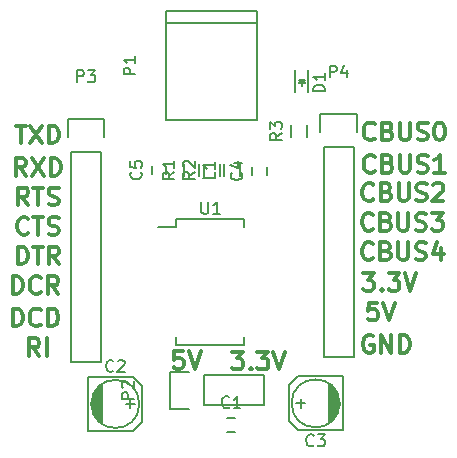
<source format=gto>
G04 #@! TF.FileFunction,Legend,Top*
%FSLAX46Y46*%
G04 Gerber Fmt 4.6, Leading zero omitted, Abs format (unit mm)*
G04 Created by KiCad (PCBNEW 4.0.2+dfsg1-stable) date Mon 21 Aug 2017 12:22:30 PM CEST*
%MOMM*%
G01*
G04 APERTURE LIST*
%ADD10C,0.100000*%
%ADD11C,0.300000*%
%ADD12C,0.150000*%
G04 APERTURE END LIST*
D10*
D11*
X121107143Y-113928571D02*
X120607143Y-113214286D01*
X120250000Y-113928571D02*
X120250000Y-112428571D01*
X120821428Y-112428571D01*
X120964286Y-112500000D01*
X121035714Y-112571429D01*
X121107143Y-112714286D01*
X121107143Y-112928571D01*
X121035714Y-113071429D01*
X120964286Y-113142857D01*
X120821428Y-113214286D01*
X120250000Y-113214286D01*
X121750000Y-113928571D02*
X121750000Y-112428571D01*
X118857143Y-111428571D02*
X118857143Y-109928571D01*
X119214286Y-109928571D01*
X119428571Y-110000000D01*
X119571429Y-110142857D01*
X119642857Y-110285714D01*
X119714286Y-110571429D01*
X119714286Y-110785714D01*
X119642857Y-111071429D01*
X119571429Y-111214286D01*
X119428571Y-111357143D01*
X119214286Y-111428571D01*
X118857143Y-111428571D01*
X121214286Y-111285714D02*
X121142857Y-111357143D01*
X120928571Y-111428571D01*
X120785714Y-111428571D01*
X120571429Y-111357143D01*
X120428571Y-111214286D01*
X120357143Y-111071429D01*
X120285714Y-110785714D01*
X120285714Y-110571429D01*
X120357143Y-110285714D01*
X120428571Y-110142857D01*
X120571429Y-110000000D01*
X120785714Y-109928571D01*
X120928571Y-109928571D01*
X121142857Y-110000000D01*
X121214286Y-110071429D01*
X121857143Y-111428571D02*
X121857143Y-109928571D01*
X122214286Y-109928571D01*
X122428571Y-110000000D01*
X122571429Y-110142857D01*
X122642857Y-110285714D01*
X122714286Y-110571429D01*
X122714286Y-110785714D01*
X122642857Y-111071429D01*
X122571429Y-111214286D01*
X122428571Y-111357143D01*
X122214286Y-111428571D01*
X121857143Y-111428571D01*
X118857143Y-108678571D02*
X118857143Y-107178571D01*
X119214286Y-107178571D01*
X119428571Y-107250000D01*
X119571429Y-107392857D01*
X119642857Y-107535714D01*
X119714286Y-107821429D01*
X119714286Y-108035714D01*
X119642857Y-108321429D01*
X119571429Y-108464286D01*
X119428571Y-108607143D01*
X119214286Y-108678571D01*
X118857143Y-108678571D01*
X121214286Y-108535714D02*
X121142857Y-108607143D01*
X120928571Y-108678571D01*
X120785714Y-108678571D01*
X120571429Y-108607143D01*
X120428571Y-108464286D01*
X120357143Y-108321429D01*
X120285714Y-108035714D01*
X120285714Y-107821429D01*
X120357143Y-107535714D01*
X120428571Y-107392857D01*
X120571429Y-107250000D01*
X120785714Y-107178571D01*
X120928571Y-107178571D01*
X121142857Y-107250000D01*
X121214286Y-107321429D01*
X122714286Y-108678571D02*
X122214286Y-107964286D01*
X121857143Y-108678571D02*
X121857143Y-107178571D01*
X122428571Y-107178571D01*
X122571429Y-107250000D01*
X122642857Y-107321429D01*
X122714286Y-107464286D01*
X122714286Y-107678571D01*
X122642857Y-107821429D01*
X122571429Y-107892857D01*
X122428571Y-107964286D01*
X121857143Y-107964286D01*
X119285715Y-106178571D02*
X119285715Y-104678571D01*
X119642858Y-104678571D01*
X119857143Y-104750000D01*
X120000001Y-104892857D01*
X120071429Y-105035714D01*
X120142858Y-105321429D01*
X120142858Y-105535714D01*
X120071429Y-105821429D01*
X120000001Y-105964286D01*
X119857143Y-106107143D01*
X119642858Y-106178571D01*
X119285715Y-106178571D01*
X120571429Y-104678571D02*
X121428572Y-104678571D01*
X121000001Y-106178571D02*
X121000001Y-104678571D01*
X122785715Y-106178571D02*
X122285715Y-105464286D01*
X121928572Y-106178571D02*
X121928572Y-104678571D01*
X122500000Y-104678571D01*
X122642858Y-104750000D01*
X122714286Y-104821429D01*
X122785715Y-104964286D01*
X122785715Y-105178571D01*
X122714286Y-105321429D01*
X122642858Y-105392857D01*
X122500000Y-105464286D01*
X121928572Y-105464286D01*
X120178572Y-103535714D02*
X120107143Y-103607143D01*
X119892857Y-103678571D01*
X119750000Y-103678571D01*
X119535715Y-103607143D01*
X119392857Y-103464286D01*
X119321429Y-103321429D01*
X119250000Y-103035714D01*
X119250000Y-102821429D01*
X119321429Y-102535714D01*
X119392857Y-102392857D01*
X119535715Y-102250000D01*
X119750000Y-102178571D01*
X119892857Y-102178571D01*
X120107143Y-102250000D01*
X120178572Y-102321429D01*
X120607143Y-102178571D02*
X121464286Y-102178571D01*
X121035715Y-103678571D02*
X121035715Y-102178571D01*
X121892857Y-103607143D02*
X122107143Y-103678571D01*
X122464286Y-103678571D01*
X122607143Y-103607143D01*
X122678572Y-103535714D01*
X122750000Y-103392857D01*
X122750000Y-103250000D01*
X122678572Y-103107143D01*
X122607143Y-103035714D01*
X122464286Y-102964286D01*
X122178572Y-102892857D01*
X122035714Y-102821429D01*
X121964286Y-102750000D01*
X121892857Y-102607143D01*
X121892857Y-102464286D01*
X121964286Y-102321429D01*
X122035714Y-102250000D01*
X122178572Y-102178571D01*
X122535714Y-102178571D01*
X122750000Y-102250000D01*
X120178572Y-101178571D02*
X119678572Y-100464286D01*
X119321429Y-101178571D02*
X119321429Y-99678571D01*
X119892857Y-99678571D01*
X120035715Y-99750000D01*
X120107143Y-99821429D01*
X120178572Y-99964286D01*
X120178572Y-100178571D01*
X120107143Y-100321429D01*
X120035715Y-100392857D01*
X119892857Y-100464286D01*
X119321429Y-100464286D01*
X120607143Y-99678571D02*
X121464286Y-99678571D01*
X121035715Y-101178571D02*
X121035715Y-99678571D01*
X121892857Y-101107143D02*
X122107143Y-101178571D01*
X122464286Y-101178571D01*
X122607143Y-101107143D01*
X122678572Y-101035714D01*
X122750000Y-100892857D01*
X122750000Y-100750000D01*
X122678572Y-100607143D01*
X122607143Y-100535714D01*
X122464286Y-100464286D01*
X122178572Y-100392857D01*
X122035714Y-100321429D01*
X121964286Y-100250000D01*
X121892857Y-100107143D01*
X121892857Y-99964286D01*
X121964286Y-99821429D01*
X122035714Y-99750000D01*
X122178572Y-99678571D01*
X122535714Y-99678571D01*
X122750000Y-99750000D01*
X120000001Y-98678571D02*
X119500001Y-97964286D01*
X119142858Y-98678571D02*
X119142858Y-97178571D01*
X119714286Y-97178571D01*
X119857144Y-97250000D01*
X119928572Y-97321429D01*
X120000001Y-97464286D01*
X120000001Y-97678571D01*
X119928572Y-97821429D01*
X119857144Y-97892857D01*
X119714286Y-97964286D01*
X119142858Y-97964286D01*
X120500001Y-97178571D02*
X121500001Y-98678571D01*
X121500001Y-97178571D02*
X120500001Y-98678571D01*
X122071429Y-98678571D02*
X122071429Y-97178571D01*
X122428572Y-97178571D01*
X122642857Y-97250000D01*
X122785715Y-97392857D01*
X122857143Y-97535714D01*
X122928572Y-97821429D01*
X122928572Y-98035714D01*
X122857143Y-98321429D01*
X122785715Y-98464286D01*
X122642857Y-98607143D01*
X122428572Y-98678571D01*
X122071429Y-98678571D01*
X119107143Y-94428571D02*
X119964286Y-94428571D01*
X119535715Y-95928571D02*
X119535715Y-94428571D01*
X120321429Y-94428571D02*
X121321429Y-95928571D01*
X121321429Y-94428571D02*
X120321429Y-95928571D01*
X121892857Y-95928571D02*
X121892857Y-94428571D01*
X122250000Y-94428571D01*
X122464285Y-94500000D01*
X122607143Y-94642857D01*
X122678571Y-94785714D01*
X122750000Y-95071429D01*
X122750000Y-95285714D01*
X122678571Y-95571429D01*
X122607143Y-95714286D01*
X122464285Y-95857143D01*
X122250000Y-95928571D01*
X121892857Y-95928571D01*
X149350001Y-105685714D02*
X149278572Y-105757143D01*
X149064286Y-105828571D01*
X148921429Y-105828571D01*
X148707144Y-105757143D01*
X148564286Y-105614286D01*
X148492858Y-105471429D01*
X148421429Y-105185714D01*
X148421429Y-104971429D01*
X148492858Y-104685714D01*
X148564286Y-104542857D01*
X148707144Y-104400000D01*
X148921429Y-104328571D01*
X149064286Y-104328571D01*
X149278572Y-104400000D01*
X149350001Y-104471429D01*
X150492858Y-105042857D02*
X150707144Y-105114286D01*
X150778572Y-105185714D01*
X150850001Y-105328571D01*
X150850001Y-105542857D01*
X150778572Y-105685714D01*
X150707144Y-105757143D01*
X150564286Y-105828571D01*
X149992858Y-105828571D01*
X149992858Y-104328571D01*
X150492858Y-104328571D01*
X150635715Y-104400000D01*
X150707144Y-104471429D01*
X150778572Y-104614286D01*
X150778572Y-104757143D01*
X150707144Y-104900000D01*
X150635715Y-104971429D01*
X150492858Y-105042857D01*
X149992858Y-105042857D01*
X151492858Y-104328571D02*
X151492858Y-105542857D01*
X151564286Y-105685714D01*
X151635715Y-105757143D01*
X151778572Y-105828571D01*
X152064286Y-105828571D01*
X152207144Y-105757143D01*
X152278572Y-105685714D01*
X152350001Y-105542857D01*
X152350001Y-104328571D01*
X152992858Y-105757143D02*
X153207144Y-105828571D01*
X153564287Y-105828571D01*
X153707144Y-105757143D01*
X153778573Y-105685714D01*
X153850001Y-105542857D01*
X153850001Y-105400000D01*
X153778573Y-105257143D01*
X153707144Y-105185714D01*
X153564287Y-105114286D01*
X153278573Y-105042857D01*
X153135715Y-104971429D01*
X153064287Y-104900000D01*
X152992858Y-104757143D01*
X152992858Y-104614286D01*
X153064287Y-104471429D01*
X153135715Y-104400000D01*
X153278573Y-104328571D01*
X153635715Y-104328571D01*
X153850001Y-104400000D01*
X155135715Y-104828571D02*
X155135715Y-105828571D01*
X154778572Y-104257143D02*
X154421429Y-105328571D01*
X155350001Y-105328571D01*
X149350001Y-103185714D02*
X149278572Y-103257143D01*
X149064286Y-103328571D01*
X148921429Y-103328571D01*
X148707144Y-103257143D01*
X148564286Y-103114286D01*
X148492858Y-102971429D01*
X148421429Y-102685714D01*
X148421429Y-102471429D01*
X148492858Y-102185714D01*
X148564286Y-102042857D01*
X148707144Y-101900000D01*
X148921429Y-101828571D01*
X149064286Y-101828571D01*
X149278572Y-101900000D01*
X149350001Y-101971429D01*
X150492858Y-102542857D02*
X150707144Y-102614286D01*
X150778572Y-102685714D01*
X150850001Y-102828571D01*
X150850001Y-103042857D01*
X150778572Y-103185714D01*
X150707144Y-103257143D01*
X150564286Y-103328571D01*
X149992858Y-103328571D01*
X149992858Y-101828571D01*
X150492858Y-101828571D01*
X150635715Y-101900000D01*
X150707144Y-101971429D01*
X150778572Y-102114286D01*
X150778572Y-102257143D01*
X150707144Y-102400000D01*
X150635715Y-102471429D01*
X150492858Y-102542857D01*
X149992858Y-102542857D01*
X151492858Y-101828571D02*
X151492858Y-103042857D01*
X151564286Y-103185714D01*
X151635715Y-103257143D01*
X151778572Y-103328571D01*
X152064286Y-103328571D01*
X152207144Y-103257143D01*
X152278572Y-103185714D01*
X152350001Y-103042857D01*
X152350001Y-101828571D01*
X152992858Y-103257143D02*
X153207144Y-103328571D01*
X153564287Y-103328571D01*
X153707144Y-103257143D01*
X153778573Y-103185714D01*
X153850001Y-103042857D01*
X153850001Y-102900000D01*
X153778573Y-102757143D01*
X153707144Y-102685714D01*
X153564287Y-102614286D01*
X153278573Y-102542857D01*
X153135715Y-102471429D01*
X153064287Y-102400000D01*
X152992858Y-102257143D01*
X152992858Y-102114286D01*
X153064287Y-101971429D01*
X153135715Y-101900000D01*
X153278573Y-101828571D01*
X153635715Y-101828571D01*
X153850001Y-101900000D01*
X154350001Y-101828571D02*
X155278572Y-101828571D01*
X154778572Y-102400000D01*
X154992858Y-102400000D01*
X155135715Y-102471429D01*
X155207144Y-102542857D01*
X155278572Y-102685714D01*
X155278572Y-103042857D01*
X155207144Y-103185714D01*
X155135715Y-103257143D01*
X154992858Y-103328571D01*
X154564286Y-103328571D01*
X154421429Y-103257143D01*
X154350001Y-103185714D01*
X149400001Y-100685714D02*
X149328572Y-100757143D01*
X149114286Y-100828571D01*
X148971429Y-100828571D01*
X148757144Y-100757143D01*
X148614286Y-100614286D01*
X148542858Y-100471429D01*
X148471429Y-100185714D01*
X148471429Y-99971429D01*
X148542858Y-99685714D01*
X148614286Y-99542857D01*
X148757144Y-99400000D01*
X148971429Y-99328571D01*
X149114286Y-99328571D01*
X149328572Y-99400000D01*
X149400001Y-99471429D01*
X150542858Y-100042857D02*
X150757144Y-100114286D01*
X150828572Y-100185714D01*
X150900001Y-100328571D01*
X150900001Y-100542857D01*
X150828572Y-100685714D01*
X150757144Y-100757143D01*
X150614286Y-100828571D01*
X150042858Y-100828571D01*
X150042858Y-99328571D01*
X150542858Y-99328571D01*
X150685715Y-99400000D01*
X150757144Y-99471429D01*
X150828572Y-99614286D01*
X150828572Y-99757143D01*
X150757144Y-99900000D01*
X150685715Y-99971429D01*
X150542858Y-100042857D01*
X150042858Y-100042857D01*
X151542858Y-99328571D02*
X151542858Y-100542857D01*
X151614286Y-100685714D01*
X151685715Y-100757143D01*
X151828572Y-100828571D01*
X152114286Y-100828571D01*
X152257144Y-100757143D01*
X152328572Y-100685714D01*
X152400001Y-100542857D01*
X152400001Y-99328571D01*
X153042858Y-100757143D02*
X153257144Y-100828571D01*
X153614287Y-100828571D01*
X153757144Y-100757143D01*
X153828573Y-100685714D01*
X153900001Y-100542857D01*
X153900001Y-100400000D01*
X153828573Y-100257143D01*
X153757144Y-100185714D01*
X153614287Y-100114286D01*
X153328573Y-100042857D01*
X153185715Y-99971429D01*
X153114287Y-99900000D01*
X153042858Y-99757143D01*
X153042858Y-99614286D01*
X153114287Y-99471429D01*
X153185715Y-99400000D01*
X153328573Y-99328571D01*
X153685715Y-99328571D01*
X153900001Y-99400000D01*
X154471429Y-99471429D02*
X154542858Y-99400000D01*
X154685715Y-99328571D01*
X155042858Y-99328571D01*
X155185715Y-99400000D01*
X155257144Y-99471429D01*
X155328572Y-99614286D01*
X155328572Y-99757143D01*
X155257144Y-99971429D01*
X154400001Y-100828571D01*
X155328572Y-100828571D01*
X149500001Y-98285714D02*
X149428572Y-98357143D01*
X149214286Y-98428571D01*
X149071429Y-98428571D01*
X148857144Y-98357143D01*
X148714286Y-98214286D01*
X148642858Y-98071429D01*
X148571429Y-97785714D01*
X148571429Y-97571429D01*
X148642858Y-97285714D01*
X148714286Y-97142857D01*
X148857144Y-97000000D01*
X149071429Y-96928571D01*
X149214286Y-96928571D01*
X149428572Y-97000000D01*
X149500001Y-97071429D01*
X150642858Y-97642857D02*
X150857144Y-97714286D01*
X150928572Y-97785714D01*
X151000001Y-97928571D01*
X151000001Y-98142857D01*
X150928572Y-98285714D01*
X150857144Y-98357143D01*
X150714286Y-98428571D01*
X150142858Y-98428571D01*
X150142858Y-96928571D01*
X150642858Y-96928571D01*
X150785715Y-97000000D01*
X150857144Y-97071429D01*
X150928572Y-97214286D01*
X150928572Y-97357143D01*
X150857144Y-97500000D01*
X150785715Y-97571429D01*
X150642858Y-97642857D01*
X150142858Y-97642857D01*
X151642858Y-96928571D02*
X151642858Y-98142857D01*
X151714286Y-98285714D01*
X151785715Y-98357143D01*
X151928572Y-98428571D01*
X152214286Y-98428571D01*
X152357144Y-98357143D01*
X152428572Y-98285714D01*
X152500001Y-98142857D01*
X152500001Y-96928571D01*
X153142858Y-98357143D02*
X153357144Y-98428571D01*
X153714287Y-98428571D01*
X153857144Y-98357143D01*
X153928573Y-98285714D01*
X154000001Y-98142857D01*
X154000001Y-98000000D01*
X153928573Y-97857143D01*
X153857144Y-97785714D01*
X153714287Y-97714286D01*
X153428573Y-97642857D01*
X153285715Y-97571429D01*
X153214287Y-97500000D01*
X153142858Y-97357143D01*
X153142858Y-97214286D01*
X153214287Y-97071429D01*
X153285715Y-97000000D01*
X153428573Y-96928571D01*
X153785715Y-96928571D01*
X154000001Y-97000000D01*
X155428572Y-98428571D02*
X154571429Y-98428571D01*
X155000001Y-98428571D02*
X155000001Y-96928571D01*
X154857144Y-97142857D01*
X154714286Y-97285714D01*
X154571429Y-97357143D01*
X149500001Y-95535714D02*
X149428572Y-95607143D01*
X149214286Y-95678571D01*
X149071429Y-95678571D01*
X148857144Y-95607143D01*
X148714286Y-95464286D01*
X148642858Y-95321429D01*
X148571429Y-95035714D01*
X148571429Y-94821429D01*
X148642858Y-94535714D01*
X148714286Y-94392857D01*
X148857144Y-94250000D01*
X149071429Y-94178571D01*
X149214286Y-94178571D01*
X149428572Y-94250000D01*
X149500001Y-94321429D01*
X150642858Y-94892857D02*
X150857144Y-94964286D01*
X150928572Y-95035714D01*
X151000001Y-95178571D01*
X151000001Y-95392857D01*
X150928572Y-95535714D01*
X150857144Y-95607143D01*
X150714286Y-95678571D01*
X150142858Y-95678571D01*
X150142858Y-94178571D01*
X150642858Y-94178571D01*
X150785715Y-94250000D01*
X150857144Y-94321429D01*
X150928572Y-94464286D01*
X150928572Y-94607143D01*
X150857144Y-94750000D01*
X150785715Y-94821429D01*
X150642858Y-94892857D01*
X150142858Y-94892857D01*
X151642858Y-94178571D02*
X151642858Y-95392857D01*
X151714286Y-95535714D01*
X151785715Y-95607143D01*
X151928572Y-95678571D01*
X152214286Y-95678571D01*
X152357144Y-95607143D01*
X152428572Y-95535714D01*
X152500001Y-95392857D01*
X152500001Y-94178571D01*
X153142858Y-95607143D02*
X153357144Y-95678571D01*
X153714287Y-95678571D01*
X153857144Y-95607143D01*
X153928573Y-95535714D01*
X154000001Y-95392857D01*
X154000001Y-95250000D01*
X153928573Y-95107143D01*
X153857144Y-95035714D01*
X153714287Y-94964286D01*
X153428573Y-94892857D01*
X153285715Y-94821429D01*
X153214287Y-94750000D01*
X153142858Y-94607143D01*
X153142858Y-94464286D01*
X153214287Y-94321429D01*
X153285715Y-94250000D01*
X153428573Y-94178571D01*
X153785715Y-94178571D01*
X154000001Y-94250000D01*
X154928572Y-94178571D02*
X155071429Y-94178571D01*
X155214286Y-94250000D01*
X155285715Y-94321429D01*
X155357144Y-94464286D01*
X155428572Y-94750000D01*
X155428572Y-95107143D01*
X155357144Y-95392857D01*
X155285715Y-95535714D01*
X155214286Y-95607143D01*
X155071429Y-95678571D01*
X154928572Y-95678571D01*
X154785715Y-95607143D01*
X154714286Y-95535714D01*
X154642858Y-95392857D01*
X154571429Y-95107143D01*
X154571429Y-94750000D01*
X154642858Y-94464286D01*
X154714286Y-94321429D01*
X154785715Y-94250000D01*
X154928572Y-94178571D01*
X148535715Y-106928571D02*
X149464286Y-106928571D01*
X148964286Y-107500000D01*
X149178572Y-107500000D01*
X149321429Y-107571429D01*
X149392858Y-107642857D01*
X149464286Y-107785714D01*
X149464286Y-108142857D01*
X149392858Y-108285714D01*
X149321429Y-108357143D01*
X149178572Y-108428571D01*
X148750000Y-108428571D01*
X148607143Y-108357143D01*
X148535715Y-108285714D01*
X150107143Y-108285714D02*
X150178571Y-108357143D01*
X150107143Y-108428571D01*
X150035714Y-108357143D01*
X150107143Y-108285714D01*
X150107143Y-108428571D01*
X150678572Y-106928571D02*
X151607143Y-106928571D01*
X151107143Y-107500000D01*
X151321429Y-107500000D01*
X151464286Y-107571429D01*
X151535715Y-107642857D01*
X151607143Y-107785714D01*
X151607143Y-108142857D01*
X151535715Y-108285714D01*
X151464286Y-108357143D01*
X151321429Y-108428571D01*
X150892857Y-108428571D01*
X150750000Y-108357143D01*
X150678572Y-108285714D01*
X152035714Y-106928571D02*
X152535714Y-108428571D01*
X153035714Y-106928571D01*
X149714287Y-109428571D02*
X149000001Y-109428571D01*
X148928572Y-110142857D01*
X149000001Y-110071429D01*
X149142858Y-110000000D01*
X149500001Y-110000000D01*
X149642858Y-110071429D01*
X149714287Y-110142857D01*
X149785715Y-110285714D01*
X149785715Y-110642857D01*
X149714287Y-110785714D01*
X149642858Y-110857143D01*
X149500001Y-110928571D01*
X149142858Y-110928571D01*
X149000001Y-110857143D01*
X148928572Y-110785714D01*
X150214286Y-109428571D02*
X150714286Y-110928571D01*
X151214286Y-109428571D01*
X149357143Y-112250000D02*
X149214286Y-112178571D01*
X149000000Y-112178571D01*
X148785715Y-112250000D01*
X148642857Y-112392857D01*
X148571429Y-112535714D01*
X148500000Y-112821429D01*
X148500000Y-113035714D01*
X148571429Y-113321429D01*
X148642857Y-113464286D01*
X148785715Y-113607143D01*
X149000000Y-113678571D01*
X149142857Y-113678571D01*
X149357143Y-113607143D01*
X149428572Y-113535714D01*
X149428572Y-113035714D01*
X149142857Y-113035714D01*
X150071429Y-113678571D02*
X150071429Y-112178571D01*
X150928572Y-113678571D01*
X150928572Y-112178571D01*
X151642858Y-113678571D02*
X151642858Y-112178571D01*
X152000001Y-112178571D01*
X152214286Y-112250000D01*
X152357144Y-112392857D01*
X152428572Y-112535714D01*
X152500001Y-112821429D01*
X152500001Y-113035714D01*
X152428572Y-113321429D01*
X152357144Y-113464286D01*
X152214286Y-113607143D01*
X152000001Y-113678571D01*
X151642858Y-113678571D01*
X137435715Y-113578571D02*
X138364286Y-113578571D01*
X137864286Y-114150000D01*
X138078572Y-114150000D01*
X138221429Y-114221429D01*
X138292858Y-114292857D01*
X138364286Y-114435714D01*
X138364286Y-114792857D01*
X138292858Y-114935714D01*
X138221429Y-115007143D01*
X138078572Y-115078571D01*
X137650000Y-115078571D01*
X137507143Y-115007143D01*
X137435715Y-114935714D01*
X139007143Y-114935714D02*
X139078571Y-115007143D01*
X139007143Y-115078571D01*
X138935714Y-115007143D01*
X139007143Y-114935714D01*
X139007143Y-115078571D01*
X139578572Y-113578571D02*
X140507143Y-113578571D01*
X140007143Y-114150000D01*
X140221429Y-114150000D01*
X140364286Y-114221429D01*
X140435715Y-114292857D01*
X140507143Y-114435714D01*
X140507143Y-114792857D01*
X140435715Y-114935714D01*
X140364286Y-115007143D01*
X140221429Y-115078571D01*
X139792857Y-115078571D01*
X139650000Y-115007143D01*
X139578572Y-114935714D01*
X140935714Y-113578571D02*
X141435714Y-115078571D01*
X141935714Y-113578571D01*
X133264287Y-113528571D02*
X132550001Y-113528571D01*
X132478572Y-114242857D01*
X132550001Y-114171429D01*
X132692858Y-114100000D01*
X133050001Y-114100000D01*
X133192858Y-114171429D01*
X133264287Y-114242857D01*
X133335715Y-114385714D01*
X133335715Y-114742857D01*
X133264287Y-114885714D01*
X133192858Y-114957143D01*
X133050001Y-115028571D01*
X132692858Y-115028571D01*
X132550001Y-114957143D01*
X132478572Y-114885714D01*
X133764286Y-113528571D02*
X134264286Y-115028571D01*
X134764286Y-113528571D01*
D12*
X137000000Y-119200000D02*
X137700000Y-119200000D01*
X137700000Y-120400000D02*
X137000000Y-120400000D01*
X129201000Y-118000000D02*
X128439000Y-118000000D01*
X128820000Y-117619000D02*
X128820000Y-118381000D01*
X129074000Y-120286000D02*
X125264000Y-120286000D01*
X129836000Y-116476000D02*
X129836000Y-119524000D01*
X129074000Y-120286000D02*
X129836000Y-119524000D01*
X129074000Y-115714000D02*
X125264000Y-115714000D01*
X129074000Y-115714000D02*
X129836000Y-116476000D01*
X125518000Y-118127000D02*
X125518000Y-117873000D01*
X125645000Y-117365000D02*
X125645000Y-118635000D01*
X125772000Y-118889000D02*
X125772000Y-117111000D01*
X125899000Y-119143000D02*
X125899000Y-116857000D01*
X126026000Y-116730000D02*
X126026000Y-119270000D01*
X126153000Y-119397000D02*
X126153000Y-116603000D01*
X126280000Y-116476000D02*
X126280000Y-119524000D01*
X126407000Y-116349000D02*
X126407000Y-119651000D01*
X125264000Y-115714000D02*
X125264000Y-120286000D01*
X129582000Y-118000000D02*
G75*
G03X129582000Y-118000000I-2032000J0D01*
G01*
X142849000Y-117950000D02*
X143611000Y-117950000D01*
X143230000Y-118331000D02*
X143230000Y-117569000D01*
X142976000Y-115664000D02*
X146786000Y-115664000D01*
X142214000Y-119474000D02*
X142214000Y-116426000D01*
X142976000Y-115664000D02*
X142214000Y-116426000D01*
X142976000Y-120236000D02*
X146786000Y-120236000D01*
X142976000Y-120236000D02*
X142214000Y-119474000D01*
X146532000Y-117823000D02*
X146532000Y-118077000D01*
X146405000Y-118585000D02*
X146405000Y-117315000D01*
X146278000Y-117061000D02*
X146278000Y-118839000D01*
X146151000Y-116807000D02*
X146151000Y-119093000D01*
X146024000Y-119220000D02*
X146024000Y-116680000D01*
X145897000Y-116553000D02*
X145897000Y-119347000D01*
X145770000Y-119474000D02*
X145770000Y-116426000D01*
X145643000Y-119601000D02*
X145643000Y-116299000D01*
X146786000Y-120236000D02*
X146786000Y-115664000D01*
X146532000Y-117950000D02*
G75*
G03X146532000Y-117950000I-2032000J0D01*
G01*
X139150000Y-98600000D02*
X139150000Y-97900000D01*
X140350000Y-97900000D02*
X140350000Y-98600000D01*
X130650000Y-98550000D02*
X130650000Y-97850000D01*
X131850000Y-97850000D02*
X131850000Y-98550000D01*
X142800000Y-89700000D02*
X142800000Y-91600000D01*
X143900000Y-89700000D02*
X143900000Y-91600000D01*
X143350000Y-90600000D02*
X143350000Y-91050000D01*
X143600000Y-90550000D02*
X143100000Y-90550000D01*
X143350000Y-90550000D02*
X143600000Y-90800000D01*
X143600000Y-90800000D02*
X143100000Y-90800000D01*
X143100000Y-90800000D02*
X143350000Y-90550000D01*
X138125000Y-97700000D02*
X138125000Y-98700000D01*
X136775000Y-98700000D02*
X136775000Y-97700000D01*
X139550640Y-85750820D02*
X131849360Y-85750820D01*
X139550640Y-84750060D02*
X131849360Y-84750060D01*
X131849360Y-84750060D02*
X131849360Y-93949940D01*
X131849360Y-93949940D02*
X139550640Y-93949940D01*
X139550640Y-93949940D02*
X139550640Y-84750060D01*
X135020000Y-118120000D02*
X140100000Y-118120000D01*
X140100000Y-118120000D02*
X140100000Y-115580000D01*
X140100000Y-115580000D02*
X135020000Y-115580000D01*
X132200000Y-115300000D02*
X133750000Y-115300000D01*
X135020000Y-115580000D02*
X135020000Y-118120000D01*
X133750000Y-118400000D02*
X132200000Y-118400000D01*
X132200000Y-118400000D02*
X132200000Y-115300000D01*
X126320000Y-96670000D02*
X126320000Y-114450000D01*
X126320000Y-114450000D02*
X123780000Y-114450000D01*
X123780000Y-114450000D02*
X123780000Y-96670000D01*
X126600000Y-93850000D02*
X126600000Y-95400000D01*
X126320000Y-96670000D02*
X123780000Y-96670000D01*
X123500000Y-95400000D02*
X123500000Y-93850000D01*
X123500000Y-93850000D02*
X126600000Y-93850000D01*
X147720000Y-96270000D02*
X147720000Y-114050000D01*
X147720000Y-114050000D02*
X145180000Y-114050000D01*
X145180000Y-114050000D02*
X145180000Y-96270000D01*
X148000000Y-93450000D02*
X148000000Y-95000000D01*
X147720000Y-96270000D02*
X145180000Y-96270000D01*
X144900000Y-95000000D02*
X144900000Y-93450000D01*
X144900000Y-93450000D02*
X148000000Y-93450000D01*
X134675000Y-97700000D02*
X134675000Y-98700000D01*
X133325000Y-98700000D02*
X133325000Y-97700000D01*
X136425000Y-97700000D02*
X136425000Y-98700000D01*
X135075000Y-98700000D02*
X135075000Y-97700000D01*
X143775000Y-94400000D02*
X143775000Y-95400000D01*
X142425000Y-95400000D02*
X142425000Y-94400000D01*
X132725000Y-102375000D02*
X132725000Y-103025000D01*
X138475000Y-102375000D02*
X138475000Y-103025000D01*
X138475000Y-113025000D02*
X138475000Y-112375000D01*
X132725000Y-113025000D02*
X132725000Y-112375000D01*
X132725000Y-102375000D02*
X138475000Y-102375000D01*
X132725000Y-113025000D02*
X138475000Y-113025000D01*
X132725000Y-103025000D02*
X131125000Y-103025000D01*
X137183334Y-118257143D02*
X137135715Y-118304762D01*
X136992858Y-118352381D01*
X136897620Y-118352381D01*
X136754762Y-118304762D01*
X136659524Y-118209524D01*
X136611905Y-118114286D01*
X136564286Y-117923810D01*
X136564286Y-117780952D01*
X136611905Y-117590476D01*
X136659524Y-117495238D01*
X136754762Y-117400000D01*
X136897620Y-117352381D01*
X136992858Y-117352381D01*
X137135715Y-117400000D01*
X137183334Y-117447619D01*
X138135715Y-118352381D02*
X137564286Y-118352381D01*
X137850000Y-118352381D02*
X137850000Y-117352381D01*
X137754762Y-117495238D01*
X137659524Y-117590476D01*
X137564286Y-117638095D01*
X127383334Y-115182143D02*
X127335715Y-115229762D01*
X127192858Y-115277381D01*
X127097620Y-115277381D01*
X126954762Y-115229762D01*
X126859524Y-115134524D01*
X126811905Y-115039286D01*
X126764286Y-114848810D01*
X126764286Y-114705952D01*
X126811905Y-114515476D01*
X126859524Y-114420238D01*
X126954762Y-114325000D01*
X127097620Y-114277381D01*
X127192858Y-114277381D01*
X127335715Y-114325000D01*
X127383334Y-114372619D01*
X127764286Y-114372619D02*
X127811905Y-114325000D01*
X127907143Y-114277381D01*
X128145239Y-114277381D01*
X128240477Y-114325000D01*
X128288096Y-114372619D01*
X128335715Y-114467857D01*
X128335715Y-114563095D01*
X128288096Y-114705952D01*
X127716667Y-115277381D01*
X128335715Y-115277381D01*
X144333334Y-121482143D02*
X144285715Y-121529762D01*
X144142858Y-121577381D01*
X144047620Y-121577381D01*
X143904762Y-121529762D01*
X143809524Y-121434524D01*
X143761905Y-121339286D01*
X143714286Y-121148810D01*
X143714286Y-121005952D01*
X143761905Y-120815476D01*
X143809524Y-120720238D01*
X143904762Y-120625000D01*
X144047620Y-120577381D01*
X144142858Y-120577381D01*
X144285715Y-120625000D01*
X144333334Y-120672619D01*
X144666667Y-120577381D02*
X145285715Y-120577381D01*
X144952381Y-120958333D01*
X145095239Y-120958333D01*
X145190477Y-121005952D01*
X145238096Y-121053571D01*
X145285715Y-121148810D01*
X145285715Y-121386905D01*
X145238096Y-121482143D01*
X145190477Y-121529762D01*
X145095239Y-121577381D01*
X144809524Y-121577381D01*
X144714286Y-121529762D01*
X144666667Y-121482143D01*
X138207143Y-98416666D02*
X138254762Y-98464285D01*
X138302381Y-98607142D01*
X138302381Y-98702380D01*
X138254762Y-98845238D01*
X138159524Y-98940476D01*
X138064286Y-98988095D01*
X137873810Y-99035714D01*
X137730952Y-99035714D01*
X137540476Y-98988095D01*
X137445238Y-98940476D01*
X137350000Y-98845238D01*
X137302381Y-98702380D01*
X137302381Y-98607142D01*
X137350000Y-98464285D01*
X137397619Y-98416666D01*
X137635714Y-97559523D02*
X138302381Y-97559523D01*
X137254762Y-97797619D02*
X137969048Y-98035714D01*
X137969048Y-97416666D01*
X129707143Y-98366666D02*
X129754762Y-98414285D01*
X129802381Y-98557142D01*
X129802381Y-98652380D01*
X129754762Y-98795238D01*
X129659524Y-98890476D01*
X129564286Y-98938095D01*
X129373810Y-98985714D01*
X129230952Y-98985714D01*
X129040476Y-98938095D01*
X128945238Y-98890476D01*
X128850000Y-98795238D01*
X128802381Y-98652380D01*
X128802381Y-98557142D01*
X128850000Y-98414285D01*
X128897619Y-98366666D01*
X128802381Y-97461904D02*
X128802381Y-97938095D01*
X129278571Y-97985714D01*
X129230952Y-97938095D01*
X129183333Y-97842857D01*
X129183333Y-97604761D01*
X129230952Y-97509523D01*
X129278571Y-97461904D01*
X129373810Y-97414285D01*
X129611905Y-97414285D01*
X129707143Y-97461904D01*
X129754762Y-97509523D01*
X129802381Y-97604761D01*
X129802381Y-97842857D01*
X129754762Y-97938095D01*
X129707143Y-97985714D01*
X145302381Y-91538095D02*
X144302381Y-91538095D01*
X144302381Y-91300000D01*
X144350000Y-91157142D01*
X144445238Y-91061904D01*
X144540476Y-91014285D01*
X144730952Y-90966666D01*
X144873810Y-90966666D01*
X145064286Y-91014285D01*
X145159524Y-91061904D01*
X145254762Y-91157142D01*
X145302381Y-91300000D01*
X145302381Y-91538095D01*
X145302381Y-90014285D02*
X145302381Y-90585714D01*
X145302381Y-90300000D02*
X144302381Y-90300000D01*
X144445238Y-90395238D01*
X144540476Y-90490476D01*
X144588095Y-90585714D01*
X136002381Y-98366666D02*
X136002381Y-98842857D01*
X135002381Y-98842857D01*
X136002381Y-97509523D02*
X136002381Y-98080952D01*
X136002381Y-97795238D02*
X135002381Y-97795238D01*
X135145238Y-97890476D01*
X135240476Y-97985714D01*
X135288095Y-98080952D01*
X129251201Y-90088095D02*
X128251201Y-90088095D01*
X128251201Y-89707142D01*
X128298820Y-89611904D01*
X128346439Y-89564285D01*
X128441677Y-89516666D01*
X128584534Y-89516666D01*
X128679772Y-89564285D01*
X128727391Y-89611904D01*
X128775010Y-89707142D01*
X128775010Y-90088095D01*
X129251201Y-88564285D02*
X129251201Y-89135714D01*
X129251201Y-88850000D02*
X128251201Y-88850000D01*
X128394058Y-88945238D01*
X128489296Y-89040476D01*
X128536915Y-89135714D01*
X129102381Y-117588095D02*
X128102381Y-117588095D01*
X128102381Y-117207142D01*
X128150000Y-117111904D01*
X128197619Y-117064285D01*
X128292857Y-117016666D01*
X128435714Y-117016666D01*
X128530952Y-117064285D01*
X128578571Y-117111904D01*
X128626190Y-117207142D01*
X128626190Y-117588095D01*
X128197619Y-116635714D02*
X128150000Y-116588095D01*
X128102381Y-116492857D01*
X128102381Y-116254761D01*
X128150000Y-116159523D01*
X128197619Y-116111904D01*
X128292857Y-116064285D01*
X128388095Y-116064285D01*
X128530952Y-116111904D01*
X129102381Y-116683333D01*
X129102381Y-116064285D01*
X124311905Y-90752381D02*
X124311905Y-89752381D01*
X124692858Y-89752381D01*
X124788096Y-89800000D01*
X124835715Y-89847619D01*
X124883334Y-89942857D01*
X124883334Y-90085714D01*
X124835715Y-90180952D01*
X124788096Y-90228571D01*
X124692858Y-90276190D01*
X124311905Y-90276190D01*
X125216667Y-89752381D02*
X125835715Y-89752381D01*
X125502381Y-90133333D01*
X125645239Y-90133333D01*
X125740477Y-90180952D01*
X125788096Y-90228571D01*
X125835715Y-90323810D01*
X125835715Y-90561905D01*
X125788096Y-90657143D01*
X125740477Y-90704762D01*
X125645239Y-90752381D01*
X125359524Y-90752381D01*
X125264286Y-90704762D01*
X125216667Y-90657143D01*
X145711905Y-90352381D02*
X145711905Y-89352381D01*
X146092858Y-89352381D01*
X146188096Y-89400000D01*
X146235715Y-89447619D01*
X146283334Y-89542857D01*
X146283334Y-89685714D01*
X146235715Y-89780952D01*
X146188096Y-89828571D01*
X146092858Y-89876190D01*
X145711905Y-89876190D01*
X147140477Y-89685714D02*
X147140477Y-90352381D01*
X146902381Y-89304762D02*
X146664286Y-90019048D01*
X147283334Y-90019048D01*
X132552381Y-98366666D02*
X132076190Y-98700000D01*
X132552381Y-98938095D02*
X131552381Y-98938095D01*
X131552381Y-98557142D01*
X131600000Y-98461904D01*
X131647619Y-98414285D01*
X131742857Y-98366666D01*
X131885714Y-98366666D01*
X131980952Y-98414285D01*
X132028571Y-98461904D01*
X132076190Y-98557142D01*
X132076190Y-98938095D01*
X132552381Y-97414285D02*
X132552381Y-97985714D01*
X132552381Y-97700000D02*
X131552381Y-97700000D01*
X131695238Y-97795238D01*
X131790476Y-97890476D01*
X131838095Y-97985714D01*
X134302381Y-98366666D02*
X133826190Y-98700000D01*
X134302381Y-98938095D02*
X133302381Y-98938095D01*
X133302381Y-98557142D01*
X133350000Y-98461904D01*
X133397619Y-98414285D01*
X133492857Y-98366666D01*
X133635714Y-98366666D01*
X133730952Y-98414285D01*
X133778571Y-98461904D01*
X133826190Y-98557142D01*
X133826190Y-98938095D01*
X133397619Y-97985714D02*
X133350000Y-97938095D01*
X133302381Y-97842857D01*
X133302381Y-97604761D01*
X133350000Y-97509523D01*
X133397619Y-97461904D01*
X133492857Y-97414285D01*
X133588095Y-97414285D01*
X133730952Y-97461904D01*
X134302381Y-98033333D01*
X134302381Y-97414285D01*
X141652381Y-95066666D02*
X141176190Y-95400000D01*
X141652381Y-95638095D02*
X140652381Y-95638095D01*
X140652381Y-95257142D01*
X140700000Y-95161904D01*
X140747619Y-95114285D01*
X140842857Y-95066666D01*
X140985714Y-95066666D01*
X141080952Y-95114285D01*
X141128571Y-95161904D01*
X141176190Y-95257142D01*
X141176190Y-95638095D01*
X140652381Y-94733333D02*
X140652381Y-94114285D01*
X141033333Y-94447619D01*
X141033333Y-94304761D01*
X141080952Y-94209523D01*
X141128571Y-94161904D01*
X141223810Y-94114285D01*
X141461905Y-94114285D01*
X141557143Y-94161904D01*
X141604762Y-94209523D01*
X141652381Y-94304761D01*
X141652381Y-94590476D01*
X141604762Y-94685714D01*
X141557143Y-94733333D01*
X134838095Y-100902381D02*
X134838095Y-101711905D01*
X134885714Y-101807143D01*
X134933333Y-101854762D01*
X135028571Y-101902381D01*
X135219048Y-101902381D01*
X135314286Y-101854762D01*
X135361905Y-101807143D01*
X135409524Y-101711905D01*
X135409524Y-100902381D01*
X136409524Y-101902381D02*
X135838095Y-101902381D01*
X136123809Y-101902381D02*
X136123809Y-100902381D01*
X136028571Y-101045238D01*
X135933333Y-101140476D01*
X135838095Y-101188095D01*
M02*

</source>
